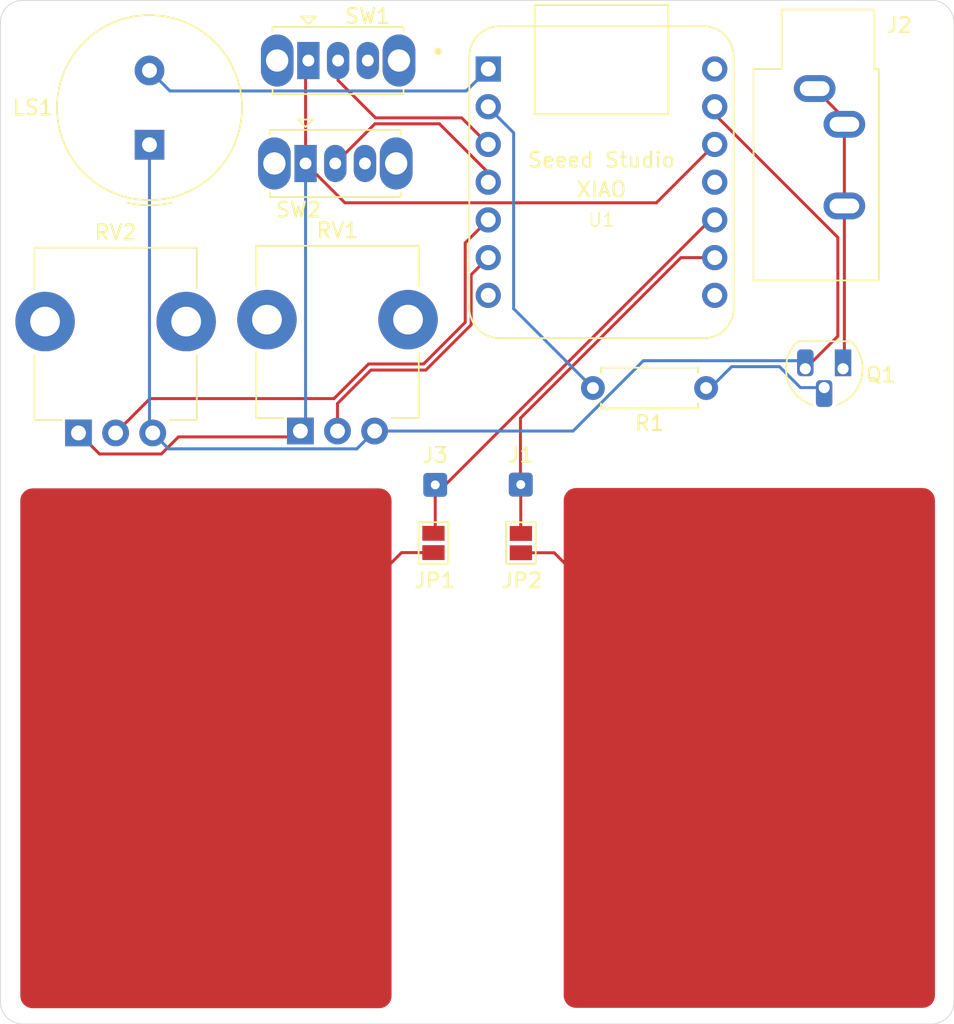
<source format=kicad_pcb>
(kicad_pcb (version 20240108) (generator "pcbnew") (generator_version "8.0")
  (title_block (title "Pengion Paddle") (date "6/29/2025") (rev " 4"))
  (layers (0 "F.Cu" signal) (31 "B.Cu" signal) (34 "B.Paste" user) (35 "F.Paste" user) (36 "B.SilkS" user "B.Silkscreen") (37 "F.SilkS" user "F.Silkscreen") (38 "B.Mask" user) (39 "F.Mask" user) (44 "Edge.Cuts" user))
  (net 0 "")
  (net 1 "Net-(Q1-B)")
  (net 2 "GND")
  (net 3 "Net-(Q1-C)")
  (net 4 "Net-(U1-GPIO2{slash}DA{slash}A1)")
  (net 5 "Net-(U1-GPIO9{slash}D5{slash}I2C_SCL)")
  (net 6 "+3V3")
  (net 7 "Net-(U1-GPIO5{slash}D4{slash}I2C_SDA)")
  (net 8 "Net-(SW1-B)")
  (net 9 "Net-(U1-GPIO1{slash}D0{slash}A0)")
  (net 10 "Net-(J1-Pin_1)")
  (net 11 "Net-(J3-Pin_1)")
  (net 16 "Net-(JP1-B)")
  (net 17 "Net-(JP2-B)")
  (net 18 "Net-(SW2-B)")
  (footprint "Custom:Copper Pad" (layer "F.Cu") (at 251.06 110.19)
    (property "Reference" "TP1" (hide yes))
    (property "Value" "TestPoint" (hide yes))
    (pad "1" smd roundrect (at -8.5 21) (size 25 35) (layers "F.Cu" "F.Mask") (roundrect_rratio 0.03333333333) (net 17 "Net-(JP2-B)"))
  )
  (footprint "Custom:Copper Pad" (layer "F.Cu") (at 211.47 110.715)
    (property "Reference" "TP2" (hide yes))
    (property "Value" "TestPoint" (hide yes))
    (pad "1" smd roundrect (at -5.5 20.5) (size 25 35) (property pad_prop_testpoint) (layers "F.Cu" "F.Mask") (roundrect_rratio 0.03333333333) (net 16 "Net-(JP1-B)"))
  )
  (footprint "Connector_Wire:SolderWire-0.1sqmm_1x01_D0.4mm_OD1mm" (layer "F.Cu") (at 221.41 113.48)
    (property "Reference" "J3" (at 0 -2 0) (layer "F.SilkS"))
    (property "Value" "Conn_01x01_Socket" (hide yes))
    (pad "1" thru_hole roundrect (at 0 0) (size 1.6 1.6) (drill 0.6) (layers "*.Cu" "*.Mask") (roundrect_rratio 0.15625) (net 11 "Net-(J3-Pin_1)"))
  )
  (footprint "Package_TO_SOT_THT:TO-92L_HandSolder" (layer "F.Cu") (at 248.87 105.66 180)
    (property "Reference" "Q1" (at -2.55 -0.4 0) (layer "F.SilkS"))
    (property "Value" "NPN")
    (fp_line (start -0.53 1.85) (end 3.07 1.85) (stroke (width 0.12)) (layer "F.SilkS"))
    (fp_arc (start 2.05 -2.45) (mid 3.769931 -0.601036) (end 3.078445 1.827684) (stroke (width 0.12)) (layer "F.SilkS"))
    (fp_arc (start -0.541453 1.842156) (mid -1.247298 -0.581475) (end 0.45 -2.45) (stroke (width 0.12)) (layer "F.SilkS"))
    (pad "1" thru_hole rect (at 0 0 180) (size 1.1 1.8) (drill 0.75 (offset 0 0.4)) (layers "*.Cu" "*.Mask") (net 3 "Net-(Q1-C)"))
    (pad "2" thru_hole roundrect (at 1.27 -1.27 180) (size 1.1 1.8) (drill 0.75 (offset 0 -0.4)) (layers "*.Cu" "*.Mask") (net 1 "Net-(Q1-B)"))
    (pad "3" thru_hole roundrect (at 2.54 0 180) (size 1.1 1.8) (drill 0.75 (offset 0 0.4)) (layers "*.Cu" "*.Mask") (net 2 "GND"))
  )
  (footprint "MountingHole:MountingHole_2.1mm" (layer "F.Cu") (at 224.48 142.88)
    (property "Reference" "REF**" (hide yes))
    (property "Value" "MountingHole_2.1mm" (hide yes))
    (pad "" np_thru_hole circle (at 0 0) (size 2.1 2.1) (drill 2.1) (layers "*.Cu" "*.Mask"))
  )
  (footprint "Potentiometer_THT:Potentiometer_TT_P0915N" (layer "F.Cu") (at 197.39 109.985)
    (property "Reference" "RV2" (at 2.5 -13.5 0) (layer "F.SilkS"))
    (property "Value" "R_Potentiometer")
    (fp_line (start -2.97 -12.47) (end -2.97 -9.75) (stroke (width 0.12)) (layer "F.SilkS"))
    (fp_line (start -2.97 -5.25) (end -2.97 -0.88) (stroke (width 0.12)) (layer "F.SilkS"))
    (fp_line (start -1.15 -0.88) (end -2.97 -0.88) (stroke (width 0.12)) (layer "F.SilkS"))
    (fp_line (start 7.97 -12.47) (end -2.97 -12.47) (stroke (width 0.12)) (layer "F.SilkS"))
    (fp_line (start 7.97 -12.47) (end 7.97 -9.75) (stroke (width 0.12)) (layer "F.SilkS"))
    (fp_line (start 7.97 -5.25) (end 7.97 -0.88) (stroke (width 0.12)) (layer "F.SilkS"))
    (fp_line (start 7.97 -0.88) (end 6.15 -0.88) (stroke (width 0.12)) (layer "F.SilkS"))
    (pad "" thru_hole oval (at -2.25 -7.5) (size 4 4) (drill 2) (layers "*.Cu" "*.Mask"))
    (pad "" thru_hole oval (at 7.25 -7.5) (size 4 4) (drill 2) (layers "*.Cu" "*.Mask"))
    (pad "1" thru_hole rect (at 0 0) (size 1.8 1.8) (drill 1) (layers "*.Cu" "*.Mask") (net 6 "+3V3"))
    (pad "2" thru_hole circle (at 2.5 0) (size 1.8 1.8) (drill 1) (layers "*.Cu" "*.Mask") (net 7 "Net-(U1-GPIO5{slash}D4{slash}I2C_SDA)"))
    (pad "3" thru_hole circle (at 5 0) (size 1.8 1.8) (drill 1) (layers "*.Cu" "*.Mask") (net 2 "GND"))
  )
  (footprint "Potentiometer_THT:Potentiometer_TT_P0915N" (layer "F.Cu") (at 212.33 109.855)
    (property "Reference" "RV1" (at 2.5 -13.5 0) (layer "F.SilkS"))
    (property "Value" "R_Potentiometer")
    (fp_line (start -2.97 -12.47) (end -2.97 -9.75) (stroke (width 0.12)) (layer "F.SilkS"))
    (fp_line (start -2.97 -5.25) (end -2.97 -0.88) (stroke (width 0.12)) (layer "F.SilkS"))
    (fp_line (start -1.15 -0.88) (end -2.97 -0.88) (stroke (width 0.12)) (layer "F.SilkS"))
    (fp_line (start 7.97 -12.47) (end -2.97 -12.47) (stroke (width 0.12)) (layer "F.SilkS"))
    (fp_line (start 7.97 -12.47) (end 7.97 -9.75) (stroke (width 0.12)) (layer "F.SilkS"))
    (fp_line (start 7.97 -5.25) (end 7.97 -0.88) (stroke (width 0.12)) (layer "F.SilkS"))
    (fp_line (start 7.97 -0.88) (end 6.15 -0.88) (stroke (width 0.12)) (layer "F.SilkS"))
    (pad "" thru_hole oval (at -2.25 -7.5) (size 4 4) (drill 2) (layers "*.Cu" "*.Mask"))
    (pad "" thru_hole oval (at 7.25 -7.5) (size 4 4) (drill 2) (layers "*.Cu" "*.Mask"))
    (pad "1" thru_hole rect (at 0 0) (size 1.8 1.8) (drill 1) (layers "*.Cu" "*.Mask") (net 6 "+3V3"))
    (pad "2" thru_hole circle (at 2.5 0) (size 1.8 1.8) (drill 1) (layers "*.Cu" "*.Mask") (net 5 "Net-(U1-GPIO9{slash}D5{slash}I2C_SCL)"))
    (pad "3" thru_hole circle (at 5 0) (size 1.8 1.8) (drill 1) (layers "*.Cu" "*.Mask") (net 2 "GND"))
  )
  (footprint "Jumper:SolderJumper-2_P1.3mm_Open_Pad1.0x1.5mm" (layer "F.Cu") (at 221.29 117.39 -90)
    (property "Reference" "JP1" (at 2.53 -0.08 180) (layer "F.SilkS"))
    (property "Value" "SolderJumper_2_Open" (hide yes))
    (fp_line (start -1.4 1) (end -1.4 -1) (stroke (width 0.12)) (layer "F.SilkS"))
    (fp_line (start 1.4 1) (end -1.4 1) (stroke (width 0.12)) (layer "F.SilkS"))
    (fp_line (start -1.4 -1) (end 1.4 -1) (stroke (width 0.12)) (layer "F.SilkS"))
    (fp_line (start 1.4 -1) (end 1.4 1) (stroke (width 0.12)) (layer "F.SilkS"))
    (pad "1" smd rect (at -0.65 0 270) (size 1 1.5) (layers "F.Cu" "F.Mask") (net 11 "Net-(J3-Pin_1)"))
    (pad "2" smd rect (at 0.65 0 270) (size 1 1.5) (layers "F.Cu" "F.Mask") (net 16 "Net-(JP1-B)"))
  )
  (footprint "MountingHole:MountingHole_2.1mm" (layer "F.Cu") (at 224.48 126.28)
    (property "Reference" "REF**" (hide yes))
    (property "Value" "MountingHole_2.1mm" (hide yes))
    (pad "" np_thru_hole circle (at 0 0) (size 2.1 2.1) (drill 2.1) (layers "*.Cu" "*.Mask"))
  )
  (footprint "Library:XIAO-Generic-Thruhole-14P-2.54-21X17.8MM" (layer "F.Cu") (at 232.605 93.1)
    (property "Reference" "U1" (at 0 2.54 0) (layer "F.SilkS") (effects (font (size 0.889 0.889) (thickness 0.1016))))
    (property "Value" "XIAO-ESP32-S3-DIP" (hide yes))
    (fp_line (start -8.9 -8.5) (end -8.9 8.5) (stroke (width 0.127)) (layer "F.SilkS"))
    (fp_line (start -6.9 10.5) (end 6.9 10.5) (stroke (width 0.127)) (layer "F.SilkS"))
    (fp_line (start -4.5 -11.92403) (end 4.5 -11.92403) (stroke (width 0.127)) (layer "F.SilkS"))
    (fp_line (start -4.5 -4.57073) (end -4.5 -11.92403) (stroke (width 0.127)) (layer "F.SilkS"))
    (fp_line (start 4.5 -11.92403) (end 4.5 -4.57073) (stroke (width 0.127)) (layer "F.SilkS"))
    (fp_line (start 4.5 -4.57073) (end -4.5 -4.57073) (stroke (width 0.127)) (layer "F.SilkS"))
    (fp_line (start 6.9 -10.49909) (end -6.9 -10.49909) (stroke (width 0.127)) (layer "F.SilkS"))
    (fp_line (start 8.9 8.5) (end 8.9 -8.5) (stroke (width 0.127)) (layer "F.SilkS"))
    (fp_arc (start -8.9 -8.5) (mid -8.301491 -9.901491) (end -6.9 -10.5) (stroke (width 0.12)) (layer "F.SilkS"))
    (fp_arc (start -6.9 10.5) (mid -8.301423 9.901423) (end -8.9 8.5) (stroke (width 0.12)) (layer "F.SilkS"))
    (fp_arc (start 6.9 -10.5) (mid 8.301494 -9.901494) (end 8.9 -8.5) (stroke (width 0.12)) (layer "F.SilkS"))
    (fp_arc (start 8.9 8.5) (mid 8.314214 9.914214) (end 6.9 10.5) (stroke (width 0.12)) (layer "F.SilkS"))
    (fp_circle (center -11 -8.8) (end -11 -9.054) (fill solid) (layer "F.SilkS"))
    (fp_poly (pts (xy -8.887715 -8.561705) (xy -8.884667 -8.610473) (xy -8.880604 -8.659494)) (stroke (width 0.0254)) (fill none) (layer "F.SilkS"))
    (fp_poly (pts (xy 8.889492 8.521574) (xy 8.887713 8.57085) (xy 8.884665 8.619618) (xy 8.880601 8.668639) (xy 8.875268 8.717407) (xy 8.868664 8.766175) (xy 8.861044 8.81469) (xy 8.852152 8.86295) (xy 8.842248 8.910955)) (stroke (width 0.0254)) (fill none) (layer "F.SilkS"))
    (fp_text user "Seeed Studio" (at 0 -1.5 0) (layer "F.SilkS"))
    (fp_text user "XIAO" (at 0 0.499999 0) (layer "F.SilkS"))
    (pad "1" thru_hole rect (at -7.625 -7.62 180) (size 1.7 1.7) (drill 1) (layers "*.Cu" "*.Mask") (net 9 "Net-(U1-GPIO1{slash}D0{slash}A0)"))
    (pad "2" thru_hole circle (at -7.625 -5.08 180) (size 1.7 1.7) (drill 1) (layers "*.Cu" "*.Mask") (net 4 "Net-(U1-GPIO2{slash}DA{slash}A1)"))
    (pad "3" thru_hole circle (at -7.625 -2.54 180) (size 1.7 1.7) (drill 1) (layers "*.Cu" "*.Mask") (net 8 "Net-(SW1-B)"))
    (pad "4" thru_hole circle (at -7.625 0 180) (size 1.7 1.7) (drill 1) (layers "*.Cu" "*.Mask") (net 18 "Net-(SW2-B)"))
    (pad "5" thru_hole circle (at -7.625 2.54 180) (size 1.7 1.7) (drill 1) (layers "*.Cu" "*.Mask") (net 7 "Net-(U1-GPIO5{slash}D4{slash}I2C_SDA)"))
    (pad "6" thru_hole circle (at -7.625 5.08) (size 1.7 1.7) (drill 1) (layers "*.Cu" "*.Mask") (net 5 "Net-(U1-GPIO9{slash}D5{slash}I2C_SCL)"))
    (pad "7" thru_hole circle (at -7.625 7.62 180) (size 1.7 1.7) (drill 1) (layers "*.Cu" "*.Mask"))
    (pad "8" thru_hole circle (at 7.625 7.62 180) (size 1.7 1.7) (drill 1) (layers "*.Cu" "*.Mask"))
    (pad "9" thru_hole circle (at 7.625 5.08 180) (size 1.7 1.7) (drill 1) (layers "*.Cu" "*.Mask") (net 10 "Net-(J1-Pin_1)"))
    (pad "10" thru_hole circle (at 7.625 2.54 180) (size 1.7 1.7) (drill 1) (layers "*.Cu" "*.Mask") (net 11 "Net-(J3-Pin_1)"))
    (pad "11" thru_hole circle (at 7.625 0 180) (size 1.7 1.7) (drill 1) (layers "*.Cu" "*.Mask"))
    (pad "12" thru_hole circle (at 7.625 -2.54 180) (size 1.7 1.7) (drill 1) (layers "*.Cu" "*.Mask") (net 6 "+3V3"))
    (pad "13" thru_hole circle (at 7.625 -5.08 180) (size 1.7 1.7) (drill 1) (layers "*.Cu" "*.Mask") (net 2 "GND"))
    (pad "14" thru_hole circle (at 7.625 -7.62 180) (size 1.7 1.7) (drill 1) (layers "*.Cu" "*.Mask"))
  )
  (footprint "Jumper:SolderJumper-2_P1.3mm_Open_Pad1.0x1.5mm" (layer "F.Cu") (at 227.18 117.4 -90)
    (property "Reference" "JP2" (at 2.52 -0.07 180) (layer "F.SilkS"))
    (property "Value" "SolderJumper_2_Open" (hide yes))
    (fp_line (start -1.4 1) (end -1.4 -1) (stroke (width 0.12)) (layer "F.SilkS"))
    (fp_line (start 1.4 1) (end -1.4 1) (stroke (width 0.12)) (layer "F.SilkS"))
    (fp_line (start -1.4 -1) (end 1.4 -1) (stroke (width 0.12)) (layer "F.SilkS"))
    (fp_line (start 1.4 -1) (end 1.4 1) (stroke (width 0.12)) (layer "F.SilkS"))
    (pad "1" smd rect (at -0.65 0 270) (size 1 1.5) (layers "F.Cu" "F.Mask") (net 10 "Net-(J1-Pin_1)"))
    (pad "2" smd rect (at 0.65 0 270) (size 1 1.5) (layers "F.Cu" "F.Mask") (net 17 "Net-(JP2-B)"))
  )
  (footprint "Connector_Wire:SolderWire-0.1sqmm_1x01_D0.4mm_OD1mm" (layer "F.Cu") (at 227.17 113.46)
    (property "Reference" "J1" (at 0 -2 0) (layer "F.SilkS"))
    (property "Value" "Conn_01x01_Socket" (hide yes))
    (pad "1" thru_hole roundrect (at 0 0) (size 1.6 1.6) (drill 0.6) (layers "*.Cu" "*.Mask") (roundrect_rratio 0.15625) (net 10 "Net-(J1-Pin_1)"))
  )
  (footprint "Connector_Audio:Jack_3.5mm_CUI_SJ1-3533NG_Horizontal" (layer "F.Cu") (at 246.96 86.8)
    (property "Reference" "J2" (at 5.69 -4.28 0) (layer "F.SilkS"))
    (property "Value" "AudioPlug3")
    (fp_line (start -4.12 -1.32) (end -2.22 -1.32) (stroke (width 0.12)) (layer "F.SilkS"))
    (fp_line (start -4.12 12.92) (end -4.12 -1.32) (stroke (width 0.12)) (layer "F.SilkS"))
    (fp_line (start -2.22 -5.32) (end 4.02 -5.32) (stroke (width 0.12)) (layer "F.SilkS"))
    (fp_line (start -2.22 -1.32) (end -2.22 -5.32) (stroke (width 0.12)) (layer "F.SilkS"))
    (fp_line (start 4.02 -5.32) (end 4.02 -1.32) (stroke (width 0.12)) (layer "F.SilkS"))
    (fp_line (start 4.02 -1.32) (end 4.32 -1.32) (stroke (width 0.12)) (layer "F.SilkS"))
    (fp_line (start 4.32 -1.32) (end 4.32 12.92) (stroke (width 0.12)) (layer "F.SilkS"))
    (fp_line (start 4.32 12.92) (end -4.12 12.92) (stroke (width 0.12)) (layer "F.SilkS"))
    (pad "R" thru_hole oval (at 2 7.9) (size 2.8 1.8) (drill oval 2 1) (layers "*.Cu" "*.Mask") (net 3 "Net-(Q1-C)"))
    (pad "S" thru_hole oval (at 0 0) (size 2.8 1.8) (drill oval 2 1) (layers "*.Cu" "*.Mask") (net 3 "Net-(Q1-C)"))
    (pad "T" thru_hole oval (at 2 2.4) (size 2.8 1.8) (drill oval 2 1) (layers "*.Cu" "*.Mask") (net 3 "Net-(Q1-C)"))
  )
  (footprint "Buzzer_Beeper:Buzzer_TDK_PS1240P02BT_D12.2mm_H6.5mm" (layer "F.Cu") (at 202.17 90.58 90)
    (property "Reference" "LS1" (at 2.5 -7.85 180) (layer "F.SilkS"))
    (property "Value" "PS1240P02BT" (hide yes))
    (fp_arc (start -3.9 1.499999) (mid -4.073431 0) (end -3.9 -1.5) (stroke (width 0.12)) (layer "F.SilkS"))
    (fp_circle (center 2.5 0) (end 8.73 0) (stroke (width 0.12)) (fill none) (layer "F.SilkS"))
    (pad "1" thru_hole rect (at 0 0 90) (size 2 2) (drill 1) (layers "*.Cu" "*.Mask") (net 2 "GND"))
    (pad "2" thru_hole circle (at 5 0 90) (size 2 2) (drill 1) (layers "*.Cu" "*.Mask") (net 9 "Net-(U1-GPIO1{slash}D0{slash}A0)"))
  )
  (footprint "Resistor_THT:R_Axial_DIN0207_L6.3mm_D2.5mm_P7.62mm_Horizontal" (layer "F.Cu") (at 239.65 106.96 180)
    (property "Reference" "R1" (at 3.81 -2.37 0) (layer "F.SilkS"))
    (property "Value" "1k")
    (fp_line (start 7.08 1.37) (end 7.08 1.04) (stroke (width 0.12)) (layer "F.SilkS"))
    (fp_line (start 7.08 -1.37) (end 7.08 -1.04) (stroke (width 0.12)) (layer "F.SilkS"))
    (fp_line (start 0.54 1.37) (end 7.08 1.37) (stroke (width 0.12)) (layer "F.SilkS"))
    (fp_line (start 0.54 1.04) (end 0.54 1.37) (stroke (width 0.12)) (layer "F.SilkS"))
    (fp_line (start 0.54 -1.04) (end 0.54 -1.37) (stroke (width 0.12)) (layer "F.SilkS"))
    (fp_line (start 0.54 -1.37) (end 7.08 -1.37) (stroke (width 0.12)) (layer "F.SilkS"))
    (pad "1" thru_hole circle (at 0 0 180) (size 1.6 1.6) (drill 0.8) (layers "*.Cu" "*.Mask") (net 1 "Net-(Q1-B)"))
    (pad "2" thru_hole oval (at 7.62 0 180) (size 1.6 1.6) (drill 0.8) (layers "*.Cu" "*.Mask") (net 4 "Net-(U1-GPIO2{slash}DA{slash}A1)"))
  )
  (footprint "Button_Switch_THT:SW_Slide_SPDT_Straight_CK_OS102011MS2Q" (layer "F.Cu") (at 212.68 91.84)
    (property "Reference" "SW2" (at -0.4775 3.12 0) (layer "F.SilkS"))
    (property "Value" "SW_SPST" (hide yes))
    (fp_line (start -2.41 -2.26) (end 6.41 -2.26) (stroke (width 0.12)) (layer "F.SilkS"))
    (fp_line (start -2.41 -1.95) (end -2.41 -2.26) (stroke (width 0.12)) (layer "F.SilkS"))
    (fp_line (start -2.41 2.26) (end -2.41 1.95) (stroke (width 0.12)) (layer "F.SilkS"))
    (fp_line (start -0.5 -2.96) (end 0 -2.46) (stroke (width 0.12)) (layer "F.SilkS"))
    (fp_line (start 0 -2.46) (end 0.5 -2.96) (stroke (width 0.12)) (layer "F.SilkS"))
    (fp_line (start 0.5 -2.96) (end -0.5 -2.96) (stroke (width 0.12)) (layer "F.SilkS"))
    (fp_line (start 6.41 -2.26) (end 6.41 -1.95) (stroke (width 0.12)) (layer "F.SilkS"))
    (fp_line (start 6.41 2.26) (end -2.41 2.26) (stroke (width 0.12)) (layer "F.SilkS"))
    (fp_line (start 6.41 2.26) (end 6.41 1.95) (stroke (width 0.12)) (layer "F.SilkS"))
    (pad "" thru_hole oval (at -2.1 0) (size 2.2 3.5) (drill 1.5) (layers "*.Cu" "*.Mask"))
    (pad "" thru_hole oval (at 6.1 0) (size 2.2 3.5) (drill 1.5) (layers "*.Cu" "*.Mask"))
    (pad "1" thru_hole rect (at 0 0) (size 1.5 2.5) (drill 0.8) (layers "*.Cu" "*.Mask") (net 6 "+3V3"))
    (pad "2" thru_hole oval (at 2 0) (size 1.5 2.5) (drill 0.8) (layers "*.Cu" "*.Mask") (net 18 "Net-(SW2-B)"))
    (pad "3" thru_hole oval (at 4 0) (size 1.5 2.5) (drill 0.8) (layers "*.Cu" "*.Mask"))
  )
  (footprint "Button_Switch_THT:SW_Slide_SPDT_Straight_CK_OS102011MS2Q" (layer "F.Cu") (at 212.87 84.91)
    (property "Reference" "SW1" (at 3.99 -2.99 0) (layer "F.SilkS"))
    (property "Value" "SW_SPST")
    (fp_line (start -2.41 -2.26) (end 6.41 -2.26) (stroke (width 0.12)) (layer "F.SilkS"))
    (fp_line (start -2.41 -1.95) (end -2.41 -2.26) (stroke (width 0.12)) (layer "F.SilkS"))
    (fp_line (start -2.41 2.26) (end -2.41 1.95) (stroke (width 0.12)) (layer "F.SilkS"))
    (fp_line (start -0.5 -2.96) (end 0 -2.46) (stroke (width 0.12)) (layer "F.SilkS"))
    (fp_line (start 0 -2.46) (end 0.5 -2.96) (stroke (width 0.12)) (layer "F.SilkS"))
    (fp_line (start 0.5 -2.96) (end -0.5 -2.96) (stroke (width 0.12)) (layer "F.SilkS"))
    (fp_line (start 6.41 -2.26) (end 6.41 -1.95) (stroke (width 0.12)) (layer "F.SilkS"))
    (fp_line (start 6.41 2.26) (end -2.41 2.26) (stroke (width 0.12)) (layer "F.SilkS"))
    (fp_line (start 6.41 2.26) (end 6.41 1.95) (stroke (width 0.12)) (layer "F.SilkS"))
    (pad "" thru_hole oval (at -2.1 0) (size 2.2 3.5) (drill 1.5) (layers "*.Cu" "*.Mask"))
    (pad "" thru_hole oval (at 6.1 0) (size 2.2 3.5) (drill 1.5) (layers "*.Cu" "*.Mask"))
    (pad "1" thru_hole rect (at 0 0) (size 1.5 2.5) (drill 0.8) (layers "*.Cu" "*.Mask") (net 6 "+3V3"))
    (pad "2" thru_hole oval (at 2 0) (size 1.5 2.5) (drill 0.8) (layers "*.Cu" "*.Mask") (net 8 "Net-(SW1-B)"))
    (pad "3" thru_hole oval (at 4 0) (size 1.5 2.5) (drill 0.8) (layers "*.Cu" "*.Mask"))
  )
  (gr_line (start 192.13 148.27) (end 192.13 82.36) (stroke (width 0.05)) (layer "Edge.Cuts"))
  (gr_arc (start 254.84 80.86) (mid 255.90066 81.29934) (end 256.34 82.36) (stroke (width 0.05)) (layer "Edge.Cuts"))
  (gr_line (start 193.63 80.86) (end 254.84 80.86) (stroke (width 0.05)) (layer "Edge.Cuts"))
  (gr_arc (start 192.13 82.36) (mid 192.56934 81.29934) (end 193.63 80.86) (stroke (width 0.05)) (layer "Edge.Cuts"))
  (gr_arc (start 193.63 149.77) (mid 192.56934 149.33066) (end 192.13 148.27) (stroke (width 0.05)) (layer "Edge.Cuts"))
  (gr_line (start 254.84 149.77) (end 193.63 149.77) (stroke (width 0.05)) (layer "Edge.Cuts"))
  (gr_line (start 256.34 82.36) (end 256.34 148.27) (stroke (width 0.05)) (layer "Edge.Cuts"))
  (gr_arc (start 256.34 148.27) (mid 255.90066 149.33066) (end 254.84 149.77) (stroke (width 0.05)) (layer "Edge.Cuts"))
  (segment (start 247.26 107.27) (end 247.6 106.93) (width 0.2) (layer "F.Cu") (net 1))
  (segment (start 244.59 105.52) (end 246 106.93) (width 0.2) (layer "B.Cu") (net 1))
  (segment (start 241.37 105.52) (end 244.59 105.52) (width 0.2) (layer "B.Cu") (net 1))
  (segment (start 239.93 106.96) (end 241.37 105.52) (width 0.2) (layer "B.Cu") (net 1))
  (segment (start 246 106.93) (end 247.6 106.93) (width 0.2) (layer "B.Cu") (net 1))
  (segment (start 248.52 103.47) (end 248.52 96.82) (width 0.2) (layer "F.Cu") (net 2))
  (segment (start 246.33 105.66) (end 248.52 103.47) (width 0.2) (layer "F.Cu") (net 2))
  (segment (start 240.295 88.595) (end 240.295 88.13) (width 0.2) (layer "F.Cu") (net 2))
  (segment (start 248.52 96.82) (end 240.295 88.595) (width 0.2) (layer "F.Cu") (net 2))
  (segment (start 216.13 111.055) (end 217.33 109.855) (width 0.2) (layer "B.Cu") (net 2))
  (segment (start 202.39 109.985) (end 203.46 111.055) (width 0.2) (layer "B.Cu") (net 2))
  (segment (start 235.425635 105.12) (end 230.690635 109.855) (width 0.2) (layer "B.Cu") (net 2))
  (segment (start 202.17 90.58) (end 202.17 109.765) (width 0.2) (layer "B.Cu") (net 2))
  (segment (start 230.690635 109.855) (end 217.33 109.855) (width 0.2) (layer "B.Cu") (net 2))
  (segment (start 245.79 105.12) (end 235.425635 105.12) (width 0.2) (layer "B.Cu") (net 2))
  (segment (start 246.33 105.66) (end 245.79 105.12) (width 0.2) (layer "B.Cu") (net 2))
  (segment (start 202.17 109.765) (end 202.39 109.985) (width 0.2) (layer "B.Cu") (net 2))
  (segment (start 203.46 111.055) (end 216.13 111.055) (width 0.2) (layer "B.Cu") (net 2))
  (segment (start 246.96 86.8) (end 248.96 88.8) (width 0.2) (layer "F.Cu") (net 3))
  (segment (start 248.96 105.57) (end 248.87 105.66) (width 0.2) (layer "F.Cu") (net 3))
  (segment (start 248.96 94.7) (end 248.96 105.57) (width 0.2) (layer "F.Cu") (net 3))
  (segment (start 248.96 89.2) (end 248.96 94.7) (width 0.2) (layer "F.Cu") (net 3))
  (segment (start 248.96 88.8) (end 248.96 89.2) (width 0.2) (layer "F.Cu") (net 3))
  (segment (start 226.69 89.775) (end 225.045 88.13) (width 0.2) (layer "B.Cu") (net 4))
  (segment (start 225.23 88.13) (end 225.045 88.13) (width 0.2) (layer "B.Cu") (net 4))
  (segment (start 226.69 101.62) (end 226.69 89.775) (width 0.2) (layer "B.Cu") (net 4))
  (segment (start 232.03 106.96) (end 226.69 101.62) (width 0.2) (layer "B.Cu") (net 4))
  (segment (start 217.08 105.75) (end 220.78 105.75) (width 0.2) (layer "F.Cu") (net 5))
  (segment (start 220.78 105.75) (end 223.83 102.7) (width 0.2) (layer "F.Cu") (net 5))
  (segment (start 214.83 109.855) (end 214.83 108) (width 0.2) (layer "F.Cu") (net 5))
  (segment (start 223.83 99.33) (end 224.98 98.18) (width 0.2) (layer "F.Cu") (net 5))
  (segment (start 214.83 108) (end 217.08 105.75) (width 0.2) (layer "F.Cu") (net 5))
  (segment (start 223.83 102.7) (end 223.83 99.33) (width 0.2) (layer "F.Cu") (net 5))
  (segment (start 212.68 91.84) (end 212.68 85.1) (width 0.2) (layer "F.Cu") (net 6))
  (segment (start 211.935 110.25) (end 212.33 109.855) (width 0.2) (layer "F.Cu") (net 6))
  (segment (start 198.805 111.4) (end 202.97 111.4) (width 0.2) (layer "F.Cu") (net 6))
  (segment (start 204.12 110.25) (end 211.935 110.25) (width 0.2) (layer "F.Cu") (net 6))
  (segment (start 212.68 91.84) (end 215.33 94.49) (width 0.2) (layer "F.Cu") (net 6))
  (segment (start 236.3 94.49) (end 240.23 90.56) (width 0.2) (layer "F.Cu") (net 6))
  (segment (start 202.97 111.4) (end 204.12 110.25) (width 0.2) (layer "F.Cu") (net 6))
  (segment (start 197.39 109.985) (end 198.805 111.4) (width 0.2) (layer "F.Cu") (net 6))
  (segment (start 212.68 85.1) (end 212.87 84.91) (width 0.2) (layer "F.Cu") (net 6))
  (segment (start 215.33 94.49) (end 236.3 94.49) (width 0.2) (layer "F.Cu") (net 6))
  (segment (start 212.33 109.855) (end 212.68 109.505) (width 0.2) (layer "B.Cu") (net 6))
  (segment (start 212.68 109.505) (end 212.68 91.84) (width 0.2) (layer "B.Cu") (net 6))
  (segment (start 220.624314 105.34) (end 223.43 102.534314) (width 0.2) (layer "F.Cu") (net 7))
  (segment (start 223.43 102.534314) (end 223.43 97.19) (width 0.2) (layer "F.Cu") (net 7))
  (segment (start 199.89 109.985) (end 202.205 107.67) (width 0.2) (layer "F.Cu") (net 7))
  (segment (start 223.43 97.19) (end 224.98 95.64) (width 0.2) (layer "F.Cu") (net 7))
  (segment (start 214.594314 107.67) (end 216.924314 105.34) (width 0.2) (layer "F.Cu") (net 7))
  (segment (start 216.924314 105.34) (end 220.624314 105.34) (width 0.2) (layer "F.Cu") (net 7))
  (segment (start 202.205 107.67) (end 214.594314 107.67) (width 0.2) (layer "F.Cu") (net 7))
  (segment (start 223.19 88.77) (end 224.98 90.56) (width 0.2) (layer "F.Cu") (net 8))
  (segment (start 224.905 90.81) (end 225.045 90.67) (width 0.2) (layer "F.Cu") (net 8))
  (segment (start 214.87 84.91) (end 214.87 86.25) (width 0.2) (layer "F.Cu") (net 8))
  (segment (start 217.39 88.77) (end 223.19 88.77) (width 0.2) (layer "F.Cu") (net 8))
  (segment (start 214.87 86.25) (end 217.39 88.77) (width 0.2) (layer "F.Cu") (net 8))
  (segment (start 224.36 85.59) (end 225.045 85.59) (width 0.2) (layer "F.Cu") (net 9))
  (segment (start 225.035785 85.580785) (end 225.045 85.59) (width 0.2) (layer "F.Cu") (net 9))
  (segment (start 203.55 86.96) (end 223.5 86.96) (width 0.2) (layer "B.Cu") (net 9))
  (segment (start 223.5 86.96) (end 224.98 85.48) (width 0.2) (layer "B.Cu") (net 9))
  (segment (start 202.17 85.58) (end 203.55 86.96) (width 0.2) (layer "B.Cu") (net 9))
  (segment (start 227.17 113.46) (end 227.15 113.44) (width 0.2) (layer "F.Cu") (net 10))
  (segment (start 227.17 116.74) (end 227.18 116.75) (width 0.2) (layer "F.Cu") (net 10))
  (segment (start 227.15 108.985686) (end 237.955686 98.18) (width 0.2) (layer "F.Cu") (net 10))
  (segment (start 227.17 113.46) (end 227.17 116.74) (width 0.2) (layer "F.Cu") (net 10))
  (segment (start 237.955686 98.18) (end 240.23 98.18) (width 0.2) (layer "F.Cu") (net 10))
  (segment (start 227.15 113.44) (end 227.15 108.985686) (width 0.2) (layer "F.Cu") (net 10))
  (segment (start 221.41 116.62) (end 221.29 116.74) (width 0.2) (layer "F.Cu") (net 11))
  (segment (start 240.23 95.64) (end 239.93 95.64) (width 0.2) (layer "F.Cu") (net 11))
  (segment (start 222.09 113.48) (end 221.41 113.48) (width 0.2) (layer "F.Cu") (net 11))
  (segment (start 221.41 113.48) (end 221.41 116.62) (width 0.2) (layer "F.Cu") (net 11))
  (segment (start 239.93 95.64) (end 222.09 113.48) (width 0.2) (layer "F.Cu") (net 11))
  (segment (start 221.29 118.04) (end 219.145 118.04) (width 0.2) (layer "F.Cu") (net 16))
  (segment (start 219.145 118.04) (end 205.97 131.215) (width 0.2) (layer "F.Cu") (net 16))
  (segment (start 227.18 118.05) (end 229.42 118.05) (width 0.2) (layer "F.Cu") (net 17))
  (segment (start 229.42 118.05) (end 242.56 131.19) (width 0.2) (layer "F.Cu") (net 17))
  (segment (start 240.23 130.41) (end 239.25 131.39) (width 0.2) (layer "F.Cu") (net 17))
  (segment (start 217.35 89.17) (end 221.69 89.17) (width 0.2) (layer "F.Cu") (net 18))
  (segment (start 221.69 89.17) (end 224.98 92.46) (width 0.2) (layer "F.Cu") (net 18))
  (segment (start 224.98 92.46) (end 224.98 93.1) (width 0.2) (layer "F.Cu") (net 18))
  (segment (start 214.68 91.84) (end 217.35 89.17) (width 0.2) (layer "F.Cu") (net 18))
)
</source>
